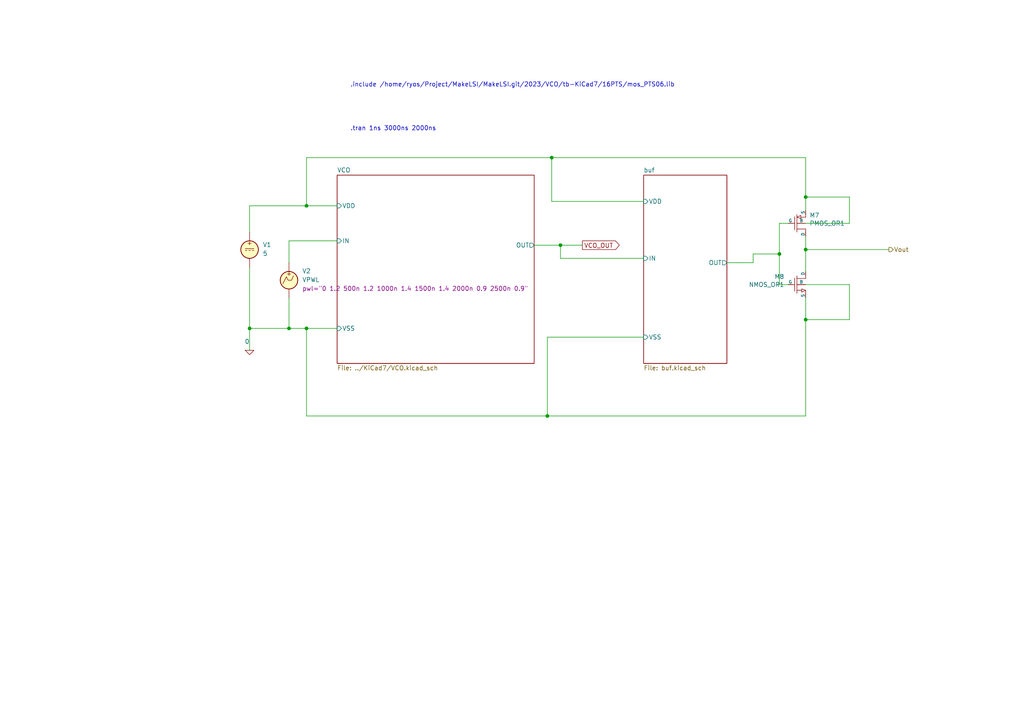
<source format=kicad_sch>
(kicad_sch (version 20230121) (generator eeschema)
  (paper "A4")
  (lib_symbols
    (symbol "0_OR1Symbols:NMOS_OR1" (pin_numbers hide) (pin_names (offset 0))
      (property "Reference" "M" (at 8.89 5.08 0))
      (property "Value" "NMOS_OR1" (at 8.89 2.54 0))
      (symbol "NMOS_OR1_0_1"
        (polyline (pts (xy 0 0) (xy 1.905 0)))
        (polyline (pts (xy 1.905 1.905) (xy 1.905 -1.905)))
        (polyline (pts (xy 2.54 -2.54) (xy 2.54 2.54)))
        (polyline (pts (xy 2.54 -1.651) (xy 3.937 -1.651)))
        (polyline (pts (xy 2.54 0) (xy 5.08 0)))
        (polyline (pts (xy 2.54 1.778) (xy 5.08 1.778)))
        (polyline (pts (xy 3.937 -2.159) (xy 3.937 -1.27)))
        (polyline (pts (xy 3.937 -1.27) (xy 5.08 -1.651)))
        (polyline (pts (xy 5.08 -1.651) (xy 3.937 -2.159)))
        (polyline (pts (xy 5.08 -1.651) (xy 5.08 -3.81)))
        (polyline (pts (xy 5.08 1.778) (xy 5.08 3.81)))
      )
      (symbol "NMOS_OR1_1_1"
        (pin passive line (at 5.08 3.81 270) (length 1.27) (name "D") (number "1"))
        (pin passive line (at 0 0 0) (length 1.27) (name "G") (number "2"))
        (pin passive line (at 5.08 -3.81 90) (length 1.27) (name "S") (number "3"))
        (pin passive line (at 5.08 0 180) (length 2.54) (name "B") (number "4"))
      )
    )
    (symbol "0_OR1Symbols:PMOS_OR1" (pin_numbers hide) (pin_names (offset 0))
      (property "Reference" "M" (at 8.89 5.08 0))
      (property "Value" "PMOS_OR1" (at 8.89 2.54 0))
      (symbol "PMOS_OR1_0_1"
        (polyline (pts (xy 0 0) (xy 1.905 0)))
        (polyline (pts (xy 1.905 1.905) (xy 1.905 -1.905)))
        (polyline (pts (xy 2.54 -2.54) (xy 2.54 2.54)))
        (polyline (pts (xy 2.54 -1.651) (xy 5.08 -1.651)))
        (polyline (pts (xy 2.54 0) (xy 5.08 0)))
        (polyline (pts (xy 2.54 1.778) (xy 3.683 2.286)))
        (polyline (pts (xy 3.683 1.397) (xy 2.54 1.778)))
        (polyline (pts (xy 3.683 1.397) (xy 3.683 2.286)))
        (polyline (pts (xy 3.683 1.778) (xy 5.08 1.778)))
        (polyline (pts (xy 5.08 -1.651) (xy 5.08 -3.81)))
        (polyline (pts (xy 5.08 1.778) (xy 5.08 3.81)))
      )
      (symbol "PMOS_OR1_1_1"
        (pin passive line (at 5.08 -3.81 90) (length 1.27) (name "D") (number "1"))
        (pin passive line (at 0 0 0) (length 1.27) (name "G") (number "2"))
        (pin passive line (at 5.08 3.81 270) (length 1.27) (name "S") (number "3"))
        (pin passive line (at 5.08 0 180) (length 2.54) (name "B") (number "4"))
      )
    )
    (symbol "OR1Symbols:0" (power) (pin_names (offset 0))
      (property "Value" "0" (at 0 -1.27 0))
      (symbol "0_0_1"
        (polyline (pts (xy -1.27 0) (xy 1.27 0) (xy 0 -1.27) (xy -1.27 0)))
      )
      (symbol "0_1_1"
        (pin power_in line (at 0 0 180) (length 0) hide (name "0") (number "1"))
      )
    )
    (symbol "Simulation_SPICE:VDC" (pin_numbers hide) (pin_names (offset 0.0254))
      (property "Reference" "V" (at 2.54 2.54 0))
      (property "Value" "1" (at 2.54 0 0))
      (symbol "VDC_0_0"
        (polyline (pts (xy -1.27 0.254) (xy 1.27 0.254)))
        (polyline (pts (xy -0.762 -0.254) (xy -1.27 -0.254)))
        (polyline (pts (xy 0.254 -0.254) (xy -0.254 -0.254)))
        (polyline (pts (xy 1.27 -0.254) (xy 0.762 -0.254)))
        (text "+" (at 0 1.905 0) (effects (font (size 1.27 1.27))))
      )
      (symbol "VDC_0_1"
        (circle (center 0 0) (radius 2.54) (stroke (width 0.254)) (fill (type background)))
      )
      (symbol "VDC_1_1"
        (pin passive line (at 0 5.08 270) (length 2.54) (name "~") (number "1"))
        (pin passive line (at 0 -5.08 90) (length 2.54) (name "~") (number "2"))
      )
    )
    (symbol "Simulation_SPICE:VPWL" (pin_numbers hide) (pin_names (offset 0.0254))
      (property "Reference" "V" (at 2.54 2.54 0))
      (property "Value" "VPWL" (at 2.54 0 0))
      (property "Sim.Params" "pwl=\"0 -1 50n -1 51n 0 97n 1 171n -1 200n -1\"" (at 2.54 -2.54 0))
      (symbol "VPWL_0_0"
        (polyline (pts (xy -1.778 -1.016) (xy -0.762 1.016) (xy -0.254 0) (xy 0.762 0) (xy 1.27 1.27)))
        (text "+" (at 0 1.905 0) (effects (font (size 1.27 1.27))))
      )
      (symbol "VPWL_0_1"
        (circle (center 0 0) (radius 2.54) (stroke (width 0.254)) (fill (type background)))
      )
      (symbol "VPWL_1_1"
        (pin passive line (at 0 5.08 270) (length 2.54) (name "~") (number "1"))
        (pin passive line (at 0 -5.08 90) (length 2.54) (name "~") (number "2"))
      )
    )
  )
  (junction (at 88.9 59.69))
  (junction (at 162.56 71.12))
  (junction (at 233.68 57.15))
  (junction (at 72.39 95.25))
  (junction (at 160.02 45.72))
  (junction (at 88.9 95.25))
  (junction (at 233.68 72.39))
  (junction (at 233.68 92.71))
  (junction (at 158.75 120.65))
  (junction (at 226.06 73.66))
  (junction (at 83.82 95.25))
  (wire (pts (xy 218.44 73.66) (xy 226.06 73.66)))
  (wire (pts (xy 83.82 69.85) (xy 83.82 76.2)))
  (wire (pts (xy 88.9 120.65) (xy 88.9 95.25)))
  (wire (pts (xy 233.68 92.71) (xy 233.68 120.65)))
  (wire (pts (xy 72.39 95.25) (xy 72.39 101.6)))
  (wire (pts (xy 88.9 59.69) (xy 72.39 59.69)))
  (wire (pts (xy 158.75 97.79) (xy 158.75 120.65)))
  (wire (pts (xy 226.06 73.66) (xy 226.06 82.55)))
  (wire (pts (xy 233.68 72.39) (xy 257.81 72.39)))
  (wire (pts (xy 246.38 92.71) (xy 233.68 92.71)))
  (wire (pts (xy 246.38 82.55) (xy 246.38 92.71)))
  (wire (pts (xy 233.68 64.77) (xy 246.38 64.77)))
  (wire (pts (xy 160.02 58.42) (xy 160.02 45.72)))
  (wire (pts (xy 246.38 57.15) (xy 246.38 64.77)))
  (wire (pts (xy 186.69 97.79) (xy 158.75 97.79)))
  (wire (pts (xy 218.44 76.2) (xy 218.44 73.66)))
  (wire (pts (xy 162.56 71.12) (xy 162.56 74.93)))
  (wire (pts (xy 162.56 71.12) (xy 168.91 71.12)))
  (wire (pts (xy 88.9 45.72) (xy 160.02 45.72)))
  (wire (pts (xy 233.68 72.39) (xy 233.68 78.74)))
  (wire (pts (xy 72.39 77.47) (xy 72.39 95.25)))
  (wire (pts (xy 226.06 82.55) (xy 228.6 82.55)))
  (wire (pts (xy 233.68 45.72) (xy 233.68 57.15)))
  (wire (pts (xy 162.56 74.93) (xy 186.69 74.93)))
  (wire (pts (xy 88.9 59.69) (xy 88.9 45.72)))
  (wire (pts (xy 160.02 45.72) (xy 233.68 45.72)))
  (wire (pts (xy 210.82 76.2) (xy 218.44 76.2)))
  (wire (pts (xy 88.9 95.25) (xy 97.79 95.25)))
  (wire (pts (xy 228.6 64.77) (xy 226.06 64.77)))
  (wire (pts (xy 83.82 86.36) (xy 83.82 95.25)))
  (wire (pts (xy 158.75 120.65) (xy 88.9 120.65)))
  (wire (pts (xy 154.94 71.12) (xy 162.56 71.12)))
  (wire (pts (xy 233.68 82.55) (xy 246.38 82.55)))
  (wire (pts (xy 158.75 120.65) (xy 233.68 120.65)))
  (wire (pts (xy 97.79 69.85) (xy 83.82 69.85)))
  (wire (pts (xy 233.68 57.15) (xy 246.38 57.15)))
  (wire (pts (xy 97.79 59.69) (xy 88.9 59.69)))
  (wire (pts (xy 83.82 95.25) (xy 88.9 95.25)))
  (wire (pts (xy 233.68 57.15) (xy 233.68 60.96)))
  (wire (pts (xy 72.39 59.69) (xy 72.39 67.31)))
  (wire (pts (xy 233.68 68.58) (xy 233.68 72.39)))
  (wire (pts (xy 72.39 95.25) (xy 83.82 95.25)))
  (wire (pts (xy 186.69 58.42) (xy 160.02 58.42)))
  (wire (pts (xy 226.06 64.77) (xy 226.06 73.66)))
  (wire (pts (xy 233.68 86.36) (xy 233.68 92.71)))
  (text ".include /home/ryos/Project/MakeLSI/MakeLSI.git/2023/VCO/tb-KiCad7/16PTS/mos_PTS06.lib" (at 101.6 25.4 0) (effects (font (size 1.27 1.27)) (justify left bottom)))
  (text ".tran 1ns 3000ns 2000ns\n" (at 101.6 38.1 0) (effects (font (size 1.27 1.27)) (justify left bottom)))
  (global_label "VCO_OUT" (shape output) (at 168.91 71.12 0) (property "Intersheetrefs" "${INTERSHEET_REFS}" (effects hide)))
  (hierarchical_label "Vout" (shape output) (at 257.81 72.39 0))
  (symbol (lib_id "0_OR1Symbols:PMOS_OR1") (at 228.6 64.77 0) (unit 1)
    (property "Reference" "M7" (at 234.7976 62.4586 0) (effects (justify left)))
    (property "Value" "PMOS_OR1" (at 234.7976 64.77 0) (effects (justify left)))
    (property "Sim.Device" "SPICE" (effects hide))
    (property "Sim.Params" "type=\"M\" model=\"PMOS_OR1 l=1u w=6u\" lib=\"\"" (effects hide))
    (property "Sim.Pins" "1=1 2=2 3=3 4=4" (effects hide))
  )
  (symbol (lib_id "OR1Symbols:0") (at 72.39 101.6 0) (unit 1)
    (property "Reference" "#GND01" (effects hide))
    (property "Value" "0" (at 72.39 99.06 0) (effects (justify right)))
  )
  (symbol (lib_id "Simulation_SPICE:VPWL") (at 83.82 81.28 0) (unit 1)
    (property "Reference" "V2" (at 87.63 78.6102 0) (effects (justify left)))
    (property "Value" "VPWL" (at 87.63 81.1502 0) (effects (justify left)))
    (property "Sim.Pins" "1=+ 2=-" (effects hide))
    (property "Sim.Device" "V" (effects hide))
    (property "Sim.Params" "pwl=\"0 1.2 500n 1.2 1000n 1.4 1500n 1.4 2000n 0.9 2500n 0.9\"" (at 87.63 83.6902 0) (effects (justify left)))
    (property "Sim.Type" "PWL" (effects hide))
  )
  (symbol (lib_id "Simulation_SPICE:VDC") (at 72.39 72.39 0) (unit 1)
    (property "Reference" "V1" (at 76.2 70.9902 0) (effects (justify left)))
    (property "Value" "5" (at 76.2 73.5302 0) (effects (justify left)))
    (property "Sim.Pins" "1=+ 2=-" (effects hide))
    (property "Sim.Type" "DC" (effects hide))
    (property "Sim.Device" "V" (effects hide))
  )
  (symbol (lib_id "0_OR1Symbols:NMOS_OR1") (at 228.6 82.55 0) (unit 1)
    (property "Reference" "M8" (at 227.4824 80.2386 0) (effects (justify right)))
    (property "Value" "NMOS_OR1" (at 227.4824 82.55 0) (effects (justify right)))
    (property "Sim.Device" "SPICE" (effects hide))
    (property "Sim.Params" "type=\"M\" model=\"NMOS_OR1 l=1u w=2u\" lib=\"\"" (effects hide))
    (property "Sim.Pins" "1=1 2=2 3=3 4=4" (effects hide))
  )
  (sheet (at 97.79 50.8) (size 57.15 54.61) (stroke (width 0.1524))
    (property "Sheetname" "VCO" (at 97.79 50.0884 0) (effects (justify left bottom)))
    (property "Sheetfile" "../KiCad7/VCO.kicad_sch" (at 97.79 105.9946 0) (effects (justify left top)))
    (pin "VDD" input (at 97.79 59.69 180))
    (pin "IN" input (at 97.79 69.85 180))
    (pin "VSS" input (at 97.79 95.25 180))
    (pin "OUT" output (at 154.94 71.12 0))
  )
  (sheet (at 186.69 50.8) (size 24.13 54.61) (stroke (width 0.1524))
    (property "Sheetname" "buf" (at 186.69 50.0884 0) (effects (justify left bottom)))
    (property "Sheetfile" "buf.kicad_sch" (at 186.69 105.9946 0) (effects (justify left top)))
    (pin "OUT" output (at 210.82 76.2 0))
    (pin "VDD" input (at 186.69 58.42 180))
    (pin "VSS" input (at 186.69 97.79 180))
    (pin "IN" input (at 186.69 74.93 180))
  )
)
</source>
